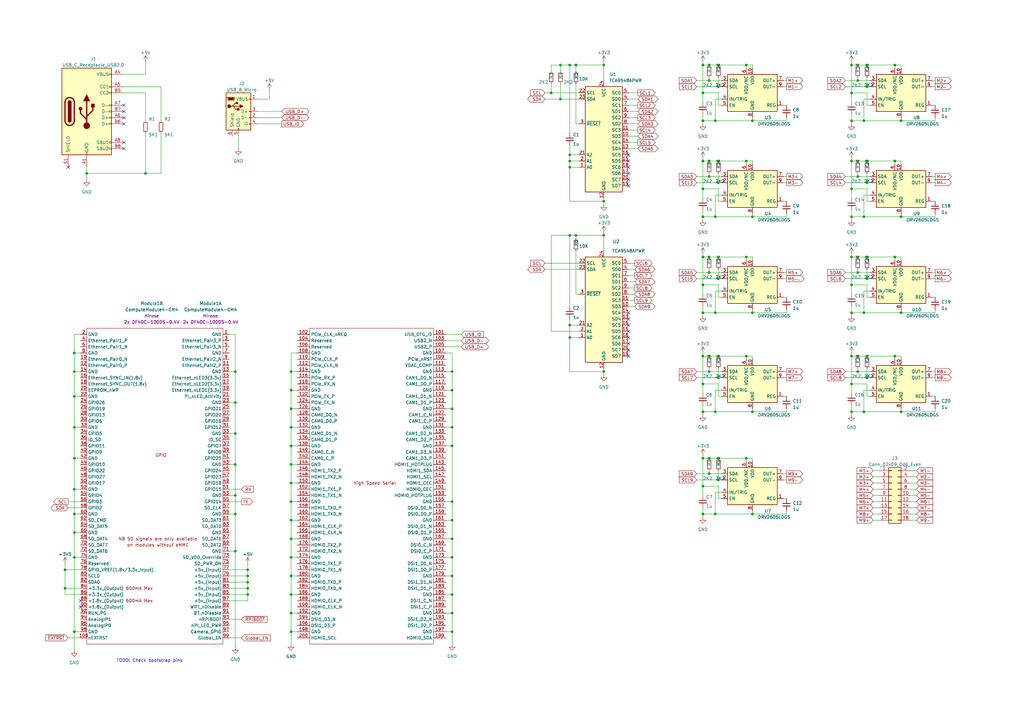
<source format=kicad_sch>
(kicad_sch (version 20210126) (generator eeschema)
  (paper "A3")
  (junction (at 26.67 233.68) (diameter 0.9144))
  (junction (at 26.67 241.3) (diameter 0.9144))
  (junction (at 30.48 144.78) (diameter 0.9144))
  (junction (at 30.48 152.4) (diameter 0.9144))
  (junction (at 30.48 162.56) (diameter 0.9144))
  (junction (at 30.48 175.26) (diameter 0.9144))
  (junction (at 30.48 187.96) (diameter 0.9144))
  (junction (at 30.48 200.66) (diameter 0.9144))
  (junction (at 30.48 210.82) (diameter 0.9144))
  (junction (at 30.48 218.44) (diameter 0.9144))
  (junction (at 30.48 228.6) (diameter 0.9144))
  (junction (at 30.48 259.08) (diameter 0.9144))
  (junction (at 35.56 71.12) (diameter 0.9144))
  (junction (at 59.69 71.12) (diameter 0.9144))
  (junction (at 96.52 152.4) (diameter 0.9144))
  (junction (at 96.52 165.1) (diameter 0.9144))
  (junction (at 96.52 177.8) (diameter 0.9144))
  (junction (at 96.52 190.5) (diameter 0.9144))
  (junction (at 96.52 203.2) (diameter 0.9144))
  (junction (at 96.52 210.82) (diameter 0.9144))
  (junction (at 96.52 226.06) (diameter 0.9144))
  (junction (at 101.6 233.68) (diameter 0.9144))
  (junction (at 101.6 236.22) (diameter 0.9144))
  (junction (at 101.6 238.76) (diameter 0.9144))
  (junction (at 101.6 241.3) (diameter 0.9144))
  (junction (at 101.6 243.84) (diameter 0.9144))
  (junction (at 119.38 152.4) (diameter 0.9144))
  (junction (at 119.38 160.02) (diameter 0.9144))
  (junction (at 119.38 167.64) (diameter 0.9144))
  (junction (at 119.38 175.26) (diameter 0.9144))
  (junction (at 119.38 182.88) (diameter 0.9144))
  (junction (at 119.38 190.5) (diameter 0.9144))
  (junction (at 119.38 198.12) (diameter 0.9144))
  (junction (at 119.38 205.74) (diameter 0.9144))
  (junction (at 119.38 213.36) (diameter 0.9144))
  (junction (at 119.38 220.98) (diameter 0.9144))
  (junction (at 119.38 228.6) (diameter 0.9144))
  (junction (at 119.38 236.22) (diameter 0.9144))
  (junction (at 119.38 243.84) (diameter 0.9144))
  (junction (at 119.38 251.46) (diameter 0.9144))
  (junction (at 119.38 259.08) (diameter 0.9144))
  (junction (at 185.42 152.4) (diameter 0.9144))
  (junction (at 185.42 160.02) (diameter 0.9144))
  (junction (at 185.42 167.64) (diameter 0.9144))
  (junction (at 185.42 175.26) (diameter 0.9144))
  (junction (at 185.42 182.88) (diameter 0.9144))
  (junction (at 185.42 205.74) (diameter 0.9144))
  (junction (at 185.42 213.36) (diameter 0.9144))
  (junction (at 185.42 220.98) (diameter 0.9144))
  (junction (at 185.42 228.6) (diameter 0.9144))
  (junction (at 185.42 236.22) (diameter 0.9144))
  (junction (at 185.42 243.84) (diameter 0.9144))
  (junction (at 185.42 251.46) (diameter 0.9144))
  (junction (at 185.42 259.08) (diameter 0.9144))
  (junction (at 226.06 38.1) (diameter 0.9144))
  (junction (at 229.87 26.67) (diameter 0.9144))
  (junction (at 229.87 40.64) (diameter 0.9144))
  (junction (at 233.68 26.67) (diameter 0.9144))
  (junction (at 233.68 63.5) (diameter 0.9144))
  (junction (at 233.68 66.04) (diameter 0.9144))
  (junction (at 233.68 68.58) (diameter 0.9144))
  (junction (at 233.68 96.52) (diameter 0.9144))
  (junction (at 233.68 133.35) (diameter 0.9144))
  (junction (at 233.68 138.43) (diameter 0.9144))
  (junction (at 236.22 26.67) (diameter 0.9144))
  (junction (at 236.22 96.52) (diameter 0.9144))
  (junction (at 247.65 26.67) (diameter 0.9144))
  (junction (at 247.65 82.55) (diameter 0.9144))
  (junction (at 247.65 96.52) (diameter 0.9144))
  (junction (at 247.65 152.4) (diameter 0.9144))
  (junction (at 288.29 26.67) (diameter 0.9144))
  (junction (at 288.29 38.1) (diameter 0.9144))
  (junction (at 288.29 49.53) (diameter 0.9144))
  (junction (at 288.29 66.04) (diameter 0.9144))
  (junction (at 288.29 77.47) (diameter 0.9144))
  (junction (at 288.29 88.9) (diameter 0.9144))
  (junction (at 288.29 105.41) (diameter 0.9144))
  (junction (at 288.29 116.84) (diameter 0.9144))
  (junction (at 288.29 128.27) (diameter 0.9144))
  (junction (at 288.29 146.05) (diameter 0.9144))
  (junction (at 288.29 157.48) (diameter 0.9144))
  (junction (at 288.29 168.91) (diameter 0.9144))
  (junction (at 288.29 187.96) (diameter 0.9144))
  (junction (at 288.29 199.39) (diameter 0.9144))
  (junction (at 288.29 210.82) (diameter 0.9144))
  (junction (at 290.83 26.67) (diameter 0.9144))
  (junction (at 290.83 33.02) (diameter 0.9144))
  (junction (at 290.83 66.04) (diameter 0.9144))
  (junction (at 290.83 72.39) (diameter 0.9144))
  (junction (at 290.83 105.41) (diameter 0.9144))
  (junction (at 290.83 111.76) (diameter 0.9144))
  (junction (at 290.83 146.05) (diameter 0.9144))
  (junction (at 290.83 152.4) (diameter 0.9144))
  (junction (at 290.83 187.96) (diameter 0.9144))
  (junction (at 290.83 194.31) (diameter 0.9144))
  (junction (at 293.37 49.53) (diameter 0.9144))
  (junction (at 293.37 88.9) (diameter 0.9144))
  (junction (at 293.37 128.27) (diameter 0.9144))
  (junction (at 293.37 168.91) (diameter 0.9144))
  (junction (at 293.37 210.82) (diameter 0.9144))
  (junction (at 294.64 26.67) (diameter 0.9144))
  (junction (at 294.64 35.56) (diameter 0.9144))
  (junction (at 294.64 66.04) (diameter 0.9144))
  (junction (at 294.64 74.93) (diameter 0.9144))
  (junction (at 294.64 105.41) (diameter 0.9144))
  (junction (at 294.64 114.3) (diameter 0.9144))
  (junction (at 294.64 146.05) (diameter 0.9144))
  (junction (at 294.64 154.94) (diameter 0.9144))
  (junction (at 294.64 187.96) (diameter 0.9144))
  (junction (at 294.64 196.85) (diameter 0.9144))
  (junction (at 306.07 26.67) (diameter 0.9144))
  (junction (at 306.07 66.04) (diameter 0.9144))
  (junction (at 306.07 105.41) (diameter 0.9144))
  (junction (at 306.07 146.05) (diameter 0.9144))
  (junction (at 306.07 187.96) (diameter 0.9144))
  (junction (at 308.61 49.53) (diameter 0.9144))
  (junction (at 308.61 88.9) (diameter 0.9144))
  (junction (at 308.61 128.27) (diameter 0.9144))
  (junction (at 308.61 168.91) (diameter 0.9144))
  (junction (at 308.61 210.82) (diameter 0.9144))
  (junction (at 349.25 26.67) (diameter 0.9144))
  (junction (at 349.25 38.1) (diameter 0.9144))
  (junction (at 349.25 49.53) (diameter 0.9144))
  (junction (at 349.25 66.04) (diameter 0.9144))
  (junction (at 349.25 77.47) (diameter 0.9144))
  (junction (at 349.25 88.9) (diameter 0.9144))
  (junction (at 349.25 105.41) (diameter 0.9144))
  (junction (at 349.25 116.84) (diameter 0.9144))
  (junction (at 349.25 128.27) (diameter 0.9144))
  (junction (at 349.25 146.05) (diameter 0.9144))
  (junction (at 349.25 157.48) (diameter 0.9144))
  (junction (at 349.25 168.91) (diameter 0.9144))
  (junction (at 351.79 26.67) (diameter 0.9144))
  (junction (at 351.79 33.02) (diameter 0.9144))
  (junction (at 351.79 66.04) (diameter 0.9144))
  (junction (at 351.79 72.39) (diameter 0.9144))
  (junction (at 351.79 105.41) (diameter 0.9144))
  (junction (at 351.79 111.76) (diameter 0.9144))
  (junction (at 351.79 146.05) (diameter 0.9144))
  (junction (at 351.79 152.4) (diameter 0.9144))
  (junction (at 354.33 49.53) (diameter 0.9144))
  (junction (at 354.33 88.9) (diameter 0.9144))
  (junction (at 354.33 128.27) (diameter 0.9144))
  (junction (at 354.33 168.91) (diameter 0.9144))
  (junction (at 355.6 26.67) (diameter 0.9144))
  (junction (at 355.6 35.56) (diameter 0.9144))
  (junction (at 355.6 66.04) (diameter 0.9144))
  (junction (at 355.6 74.93) (diameter 0.9144))
  (junction (at 355.6 105.41) (diameter 0.9144))
  (junction (at 355.6 114.3) (diameter 0.9144))
  (junction (at 355.6 146.05) (diameter 0.9144))
  (junction (at 355.6 154.94) (diameter 0.9144))
  (junction (at 367.03 26.67) (diameter 0.9144))
  (junction (at 367.03 66.04) (diameter 0.9144))
  (junction (at 367.03 105.41) (diameter 0.9144))
  (junction (at 367.03 146.05) (diameter 0.9144))
  (junction (at 369.57 49.53) (diameter 0.9144))
  (junction (at 369.57 88.9) (diameter 0.9144))
  (junction (at 369.57 128.27) (diameter 0.9144))
  (junction (at 369.57 168.91) (diameter 0.9144))
  (no_connect (at 27.94 68.58))
  (no_connect (at 33.02 246.38))
  (no_connect (at 33.02 248.92))
  (no_connect (at 50.8 43.18))
  (no_connect (at 50.8 45.72))
  (no_connect (at 50.8 48.26))
  (no_connect (at 50.8 50.8))
  (no_connect (at 50.8 58.42))
  (no_connect (at 50.8 60.96))
  (no_connect (at 257.81 63.5))
  (no_connect (at 257.81 66.04))
  (no_connect (at 257.81 68.58))
  (no_connect (at 257.81 71.12))
  (no_connect (at 257.81 73.66))
  (no_connect (at 257.81 76.2))
  (no_connect (at 257.81 128.27))
  (no_connect (at 257.81 130.81))
  (no_connect (at 257.81 133.35))
  (no_connect (at 257.81 135.89))
  (no_connect (at 257.81 138.43))
  (no_connect (at 257.81 140.97))
  (no_connect (at 257.81 143.51))
  (no_connect (at 257.81 146.05))
  (wire (pts (xy 26.67 231.14) (xy 26.67 233.68)))
  (wire (pts (xy 26.67 241.3) (xy 26.67 233.68)))
  (wire (pts (xy 26.67 243.84) (xy 26.67 241.3)))
  (wire (pts (xy 27.94 205.74) (xy 33.02 205.74)))
  (wire (pts (xy 27.94 208.28) (xy 33.02 208.28)))
  (wire (pts (xy 27.94 261.62) (xy 33.02 261.62)))
  (wire (pts (xy 30.48 137.16) (xy 30.48 144.78)))
  (wire (pts (xy 30.48 144.78) (xy 30.48 152.4)))
  (wire (pts (xy 30.48 152.4) (xy 30.48 162.56)))
  (wire (pts (xy 30.48 162.56) (xy 30.48 175.26)))
  (wire (pts (xy 30.48 175.26) (xy 30.48 187.96)))
  (wire (pts (xy 30.48 187.96) (xy 30.48 200.66)))
  (wire (pts (xy 30.48 200.66) (xy 30.48 210.82)))
  (wire (pts (xy 30.48 210.82) (xy 30.48 218.44)))
  (wire (pts (xy 30.48 218.44) (xy 30.48 228.6)))
  (wire (pts (xy 30.48 228.6) (xy 30.48 259.08)))
  (wire (pts (xy 30.48 259.08) (xy 30.48 266.7)))
  (wire (pts (xy 33.02 137.16) (xy 30.48 137.16)))
  (wire (pts (xy 33.02 144.78) (xy 30.48 144.78)))
  (wire (pts (xy 33.02 152.4) (xy 30.48 152.4)))
  (wire (pts (xy 33.02 162.56) (xy 30.48 162.56)))
  (wire (pts (xy 33.02 175.26) (xy 30.48 175.26)))
  (wire (pts (xy 33.02 187.96) (xy 30.48 187.96)))
  (wire (pts (xy 33.02 200.66) (xy 30.48 200.66)))
  (wire (pts (xy 33.02 210.82) (xy 30.48 210.82)))
  (wire (pts (xy 33.02 218.44) (xy 30.48 218.44)))
  (wire (pts (xy 33.02 228.6) (xy 30.48 228.6)))
  (wire (pts (xy 33.02 233.68) (xy 26.67 233.68)))
  (wire (pts (xy 33.02 241.3) (xy 26.67 241.3)))
  (wire (pts (xy 33.02 243.84) (xy 26.67 243.84)))
  (wire (pts (xy 33.02 259.08) (xy 30.48 259.08)))
  (wire (pts (xy 35.56 68.58) (xy 35.56 71.12)))
  (wire (pts (xy 35.56 71.12) (xy 35.56 73.66)))
  (wire (pts (xy 50.8 30.48) (xy 59.69 30.48)))
  (wire (pts (xy 50.8 35.56) (xy 66.04 35.56)))
  (wire (pts (xy 50.8 38.1) (xy 59.69 38.1)))
  (wire (pts (xy 59.69 30.48) (xy 59.69 25.4)))
  (wire (pts (xy 59.69 49.53) (xy 59.69 38.1)))
  (wire (pts (xy 59.69 54.61) (xy 59.69 71.12)))
  (wire (pts (xy 59.69 71.12) (xy 35.56 71.12)))
  (wire (pts (xy 66.04 35.56) (xy 66.04 49.53)))
  (wire (pts (xy 66.04 54.61) (xy 66.04 71.12)))
  (wire (pts (xy 66.04 71.12) (xy 59.69 71.12)))
  (wire (pts (xy 93.98 137.16) (xy 96.52 137.16)))
  (wire (pts (xy 93.98 152.4) (xy 96.52 152.4)))
  (wire (pts (xy 93.98 165.1) (xy 96.52 165.1)))
  (wire (pts (xy 93.98 177.8) (xy 96.52 177.8)))
  (wire (pts (xy 93.98 190.5) (xy 96.52 190.5)))
  (wire (pts (xy 93.98 200.66) (xy 99.06 200.66)))
  (wire (pts (xy 93.98 203.2) (xy 96.52 203.2)))
  (wire (pts (xy 93.98 205.74) (xy 99.06 205.74)))
  (wire (pts (xy 93.98 210.82) (xy 96.52 210.82)))
  (wire (pts (xy 93.98 226.06) (xy 96.52 226.06)))
  (wire (pts (xy 93.98 236.22) (xy 101.6 236.22)))
  (wire (pts (xy 93.98 238.76) (xy 101.6 238.76)))
  (wire (pts (xy 93.98 241.3) (xy 101.6 241.3)))
  (wire (pts (xy 93.98 243.84) (xy 101.6 243.84)))
  (wire (pts (xy 93.98 246.38) (xy 101.6 246.38)))
  (wire (pts (xy 93.98 254) (xy 99.06 254)))
  (wire (pts (xy 93.98 261.62) (xy 99.06 261.62)))
  (wire (pts (xy 96.52 137.16) (xy 96.52 152.4)))
  (wire (pts (xy 96.52 152.4) (xy 96.52 165.1)))
  (wire (pts (xy 96.52 165.1) (xy 96.52 177.8)))
  (wire (pts (xy 96.52 177.8) (xy 96.52 190.5)))
  (wire (pts (xy 96.52 190.5) (xy 96.52 203.2)))
  (wire (pts (xy 96.52 203.2) (xy 96.52 210.82)))
  (wire (pts (xy 96.52 210.82) (xy 96.52 226.06)))
  (wire (pts (xy 96.52 226.06) (xy 96.52 265.43)))
  (wire (pts (xy 97.79 55.88) (xy 97.79 60.96)))
  (wire (pts (xy 101.6 231.14) (xy 101.6 233.68)))
  (wire (pts (xy 101.6 233.68) (xy 93.98 233.68)))
  (wire (pts (xy 101.6 236.22) (xy 101.6 233.68)))
  (wire (pts (xy 101.6 238.76) (xy 101.6 236.22)))
  (wire (pts (xy 101.6 241.3) (xy 101.6 238.76)))
  (wire (pts (xy 101.6 243.84) (xy 101.6 241.3)))
  (wire (pts (xy 101.6 246.38) (xy 101.6 243.84)))
  (wire (pts (xy 105.41 40.64) (xy 110.49 40.64)))
  (wire (pts (xy 105.41 45.72) (xy 115.57 45.72)))
  (wire (pts (xy 105.41 48.26) (xy 115.57 48.26)))
  (wire (pts (xy 105.41 50.8) (xy 115.57 50.8)))
  (wire (pts (xy 110.49 36.83) (xy 110.49 40.64)))
  (wire (pts (xy 119.38 144.78) (xy 119.38 152.4)))
  (wire (pts (xy 119.38 152.4) (xy 119.38 160.02)))
  (wire (pts (xy 119.38 160.02) (xy 119.38 167.64)))
  (wire (pts (xy 119.38 167.64) (xy 119.38 175.26)))
  (wire (pts (xy 119.38 175.26) (xy 119.38 182.88)))
  (wire (pts (xy 119.38 182.88) (xy 119.38 190.5)))
  (wire (pts (xy 119.38 190.5) (xy 119.38 198.12)))
  (wire (pts (xy 119.38 198.12) (xy 119.38 205.74)))
  (wire (pts (xy 119.38 205.74) (xy 119.38 213.36)))
  (wire (pts (xy 119.38 213.36) (xy 119.38 220.98)))
  (wire (pts (xy 119.38 213.36) (xy 121.92 213.36)))
  (wire (pts (xy 119.38 220.98) (xy 119.38 228.6)))
  (wire (pts (xy 119.38 228.6) (xy 119.38 236.22)))
  (wire (pts (xy 119.38 236.22) (xy 119.38 243.84)))
  (wire (pts (xy 119.38 243.84) (xy 119.38 251.46)))
  (wire (pts (xy 119.38 251.46) (xy 121.92 251.46)))
  (wire (pts (xy 119.38 259.08) (xy 119.38 251.46)))
  (wire (pts (xy 119.38 259.08) (xy 119.38 264.16)))
  (wire (pts (xy 121.92 144.78) (xy 119.38 144.78)))
  (wire (pts (xy 121.92 152.4) (xy 119.38 152.4)))
  (wire (pts (xy 121.92 160.02) (xy 119.38 160.02)))
  (wire (pts (xy 121.92 167.64) (xy 119.38 167.64)))
  (wire (pts (xy 121.92 175.26) (xy 119.38 175.26)))
  (wire (pts (xy 121.92 182.88) (xy 119.38 182.88)))
  (wire (pts (xy 121.92 190.5) (xy 119.38 190.5)))
  (wire (pts (xy 121.92 198.12) (xy 119.38 198.12)))
  (wire (pts (xy 121.92 205.74) (xy 119.38 205.74)))
  (wire (pts (xy 121.92 220.98) (xy 119.38 220.98)))
  (wire (pts (xy 121.92 228.6) (xy 119.38 228.6)))
  (wire (pts (xy 121.92 236.22) (xy 119.38 236.22)))
  (wire (pts (xy 121.92 243.84) (xy 119.38 243.84)))
  (wire (pts (xy 121.92 259.08) (xy 119.38 259.08)))
  (wire (pts (xy 182.88 137.16) (xy 189.23 137.16)))
  (wire (pts (xy 182.88 139.7) (xy 189.23 139.7)))
  (wire (pts (xy 182.88 142.24) (xy 189.23 142.24)))
  (wire (pts (xy 182.88 144.78) (xy 185.42 144.78)))
  (wire (pts (xy 182.88 152.4) (xy 185.42 152.4)))
  (wire (pts (xy 182.88 243.84) (xy 185.42 243.84)))
  (wire (pts (xy 182.88 251.46) (xy 185.42 251.46)))
  (wire (pts (xy 182.88 259.08) (xy 185.42 259.08)))
  (wire (pts (xy 185.42 144.78) (xy 185.42 152.4)))
  (wire (pts (xy 185.42 152.4) (xy 185.42 160.02)))
  (wire (pts (xy 185.42 160.02) (xy 182.88 160.02)))
  (wire (pts (xy 185.42 160.02) (xy 185.42 167.64)))
  (wire (pts (xy 185.42 167.64) (xy 182.88 167.64)))
  (wire (pts (xy 185.42 167.64) (xy 185.42 175.26)))
  (wire (pts (xy 185.42 175.26) (xy 182.88 175.26)))
  (wire (pts (xy 185.42 175.26) (xy 185.42 182.88)))
  (wire (pts (xy 185.42 182.88) (xy 182.88 182.88)))
  (wire (pts (xy 185.42 182.88) (xy 185.42 205.74)))
  (wire (pts (xy 185.42 205.74) (xy 182.88 205.74)))
  (wire (pts (xy 185.42 205.74) (xy 185.42 213.36)))
  (wire (pts (xy 185.42 213.36) (xy 182.88 213.36)))
  (wire (pts (xy 185.42 213.36) (xy 185.42 220.98)))
  (wire (pts (xy 185.42 220.98) (xy 182.88 220.98)))
  (wire (pts (xy 185.42 220.98) (xy 185.42 228.6)))
  (wire (pts (xy 185.42 228.6) (xy 182.88 228.6)))
  (wire (pts (xy 185.42 228.6) (xy 185.42 236.22)))
  (wire (pts (xy 185.42 236.22) (xy 182.88 236.22)))
  (wire (pts (xy 185.42 236.22) (xy 185.42 243.84)))
  (wire (pts (xy 185.42 243.84) (xy 185.42 251.46)))
  (wire (pts (xy 185.42 251.46) (xy 185.42 259.08)))
  (wire (pts (xy 185.42 259.08) (xy 185.42 264.16)))
  (wire (pts (xy 223.52 38.1) (xy 226.06 38.1)))
  (wire (pts (xy 223.52 40.64) (xy 229.87 40.64)))
  (wire (pts (xy 223.52 107.95) (xy 237.49 107.95)))
  (wire (pts (xy 223.52 110.49) (xy 237.49 110.49)))
  (wire (pts (xy 226.06 26.67) (xy 226.06 29.21)))
  (wire (pts (xy 226.06 34.29) (xy 226.06 38.1)))
  (wire (pts (xy 226.06 38.1) (xy 237.49 38.1)))
  (wire (pts (xy 226.06 96.52) (xy 233.68 96.52)))
  (wire (pts (xy 226.06 135.89) (xy 226.06 96.52)))
  (wire (pts (xy 229.87 26.67) (xy 226.06 26.67)))
  (wire (pts (xy 229.87 26.67) (xy 229.87 29.21)))
  (wire (pts (xy 229.87 34.29) (xy 229.87 40.64)))
  (wire (pts (xy 229.87 40.64) (xy 237.49 40.64)))
  (wire (pts (xy 233.68 26.67) (xy 229.87 26.67)))
  (wire (pts (xy 233.68 26.67) (xy 233.68 54.61)))
  (wire (pts (xy 233.68 59.69) (xy 233.68 63.5)))
  (wire (pts (xy 233.68 63.5) (xy 233.68 66.04)))
  (wire (pts (xy 233.68 66.04) (xy 237.49 66.04)))
  (wire (pts (xy 233.68 68.58) (xy 233.68 66.04)))
  (wire (pts (xy 233.68 68.58) (xy 237.49 68.58)))
  (wire (pts (xy 233.68 82.55) (xy 233.68 68.58)))
  (wire (pts (xy 233.68 96.52) (xy 233.68 125.73)))
  (wire (pts (xy 233.68 96.52) (xy 236.22 96.52)))
  (wire (pts (xy 233.68 130.81) (xy 233.68 133.35)))
  (wire (pts (xy 233.68 133.35) (xy 233.68 138.43)))
  (wire (pts (xy 233.68 138.43) (xy 237.49 138.43)))
  (wire (pts (xy 233.68 152.4) (xy 233.68 138.43)))
  (wire (pts (xy 236.22 26.67) (xy 233.68 26.67)))
  (wire (pts (xy 236.22 26.67) (xy 236.22 29.21)))
  (wire (pts (xy 236.22 34.29) (xy 236.22 50.8)))
  (wire (pts (xy 236.22 96.52) (xy 236.22 97.79)))
  (wire (pts (xy 236.22 96.52) (xy 247.65 96.52)))
  (wire (pts (xy 236.22 102.87) (xy 236.22 120.65)))
  (wire (pts (xy 236.22 120.65) (xy 237.49 120.65)))
  (wire (pts (xy 237.49 50.8) (xy 236.22 50.8)))
  (wire (pts (xy 237.49 63.5) (xy 233.68 63.5)))
  (wire (pts (xy 237.49 133.35) (xy 233.68 133.35)))
  (wire (pts (xy 237.49 135.89) (xy 226.06 135.89)))
  (wire (pts (xy 247.65 25.4) (xy 247.65 26.67)))
  (wire (pts (xy 247.65 26.67) (xy 236.22 26.67)))
  (wire (pts (xy 247.65 26.67) (xy 247.65 33.02)))
  (wire (pts (xy 247.65 81.28) (xy 247.65 82.55)))
  (wire (pts (xy 247.65 82.55) (xy 233.68 82.55)))
  (wire (pts (xy 247.65 82.55) (xy 247.65 83.82)))
  (wire (pts (xy 247.65 95.25) (xy 247.65 96.52)))
  (wire (pts (xy 247.65 96.52) (xy 247.65 102.87)))
  (wire (pts (xy 247.65 151.13) (xy 247.65 152.4)))
  (wire (pts (xy 247.65 152.4) (xy 233.68 152.4)))
  (wire (pts (xy 247.65 152.4) (xy 247.65 153.67)))
  (wire (pts (xy 257.81 38.1) (xy 261.62 38.1)))
  (wire (pts (xy 257.81 40.64) (xy 261.62 40.64)))
  (wire (pts (xy 257.81 43.18) (xy 261.62 43.18)))
  (wire (pts (xy 257.81 45.72) (xy 261.62 45.72)))
  (wire (pts (xy 257.81 48.26) (xy 261.62 48.26)))
  (wire (pts (xy 257.81 50.8) (xy 261.62 50.8)))
  (wire (pts (xy 257.81 53.34) (xy 261.62 53.34)))
  (wire (pts (xy 257.81 55.88) (xy 261.62 55.88)))
  (wire (pts (xy 257.81 58.42) (xy 261.62 58.42)))
  (wire (pts (xy 257.81 60.96) (xy 261.62 60.96)))
  (wire (pts (xy 257.81 107.95) (xy 260.35 107.95)))
  (wire (pts (xy 257.81 110.49) (xy 260.35 110.49)))
  (wire (pts (xy 257.81 113.03) (xy 260.35 113.03)))
  (wire (pts (xy 257.81 115.57) (xy 260.35 115.57)))
  (wire (pts (xy 257.81 118.11) (xy 260.35 118.11)))
  (wire (pts (xy 257.81 120.65) (xy 260.35 120.65)))
  (wire (pts (xy 257.81 123.19) (xy 260.35 123.19)))
  (wire (pts (xy 257.81 125.73) (xy 260.35 125.73)))
  (wire (pts (xy 285.75 33.02) (xy 290.83 33.02)))
  (wire (pts (xy 285.75 35.56) (xy 294.64 35.56)))
  (wire (pts (xy 285.75 72.39) (xy 290.83 72.39)))
  (wire (pts (xy 285.75 74.93) (xy 294.64 74.93)))
  (wire (pts (xy 285.75 111.76) (xy 290.83 111.76)))
  (wire (pts (xy 285.75 114.3) (xy 294.64 114.3)))
  (wire (pts (xy 285.75 152.4) (xy 290.83 152.4)))
  (wire (pts (xy 285.75 154.94) (xy 294.64 154.94)))
  (wire (pts (xy 285.75 194.31) (xy 290.83 194.31)))
  (wire (pts (xy 285.75 196.85) (xy 294.64 196.85)))
  (wire (pts (xy 288.29 25.4) (xy 288.29 26.67)))
  (wire (pts (xy 288.29 26.67) (xy 290.83 26.67)))
  (wire (pts (xy 288.29 38.1) (xy 288.29 26.67)))
  (wire (pts (xy 288.29 38.1) (xy 288.29 41.91)))
  (wire (pts (xy 288.29 38.1) (xy 294.64 38.1)))
  (wire (pts (xy 288.29 46.99) (xy 288.29 49.53)))
  (wire (pts (xy 288.29 49.53) (xy 288.29 50.8)))
  (wire (pts (xy 288.29 49.53) (xy 293.37 49.53)))
  (wire (pts (xy 288.29 64.77) (xy 288.29 66.04)))
  (wire (pts (xy 288.29 66.04) (xy 290.83 66.04)))
  (wire (pts (xy 288.29 77.47) (xy 288.29 66.04)))
  (wire (pts (xy 288.29 77.47) (xy 288.29 81.28)))
  (wire (pts (xy 288.29 77.47) (xy 294.64 77.47)))
  (wire (pts (xy 288.29 86.36) (xy 288.29 88.9)))
  (wire (pts (xy 288.29 88.9) (xy 288.29 90.17)))
  (wire (pts (xy 288.29 88.9) (xy 293.37 88.9)))
  (wire (pts (xy 288.29 104.14) (xy 288.29 105.41)))
  (wire (pts (xy 288.29 105.41) (xy 290.83 105.41)))
  (wire (pts (xy 288.29 116.84) (xy 288.29 105.41)))
  (wire (pts (xy 288.29 116.84) (xy 288.29 120.65)))
  (wire (pts (xy 288.29 116.84) (xy 294.64 116.84)))
  (wire (pts (xy 288.29 125.73) (xy 288.29 128.27)))
  (wire (pts (xy 288.29 128.27) (xy 288.29 129.54)))
  (wire (pts (xy 288.29 128.27) (xy 293.37 128.27)))
  (wire (pts (xy 288.29 144.78) (xy 288.29 146.05)))
  (wire (pts (xy 288.29 146.05) (xy 290.83 146.05)))
  (wire (pts (xy 288.29 157.48) (xy 288.29 146.05)))
  (wire (pts (xy 288.29 157.48) (xy 288.29 161.29)))
  (wire (pts (xy 288.29 157.48) (xy 294.64 157.48)))
  (wire (pts (xy 288.29 166.37) (xy 288.29 168.91)))
  (wire (pts (xy 288.29 168.91) (xy 288.29 170.18)))
  (wire (pts (xy 288.29 168.91) (xy 293.37 168.91)))
  (wire (pts (xy 288.29 186.69) (xy 288.29 187.96)))
  (wire (pts (xy 288.29 187.96) (xy 290.83 187.96)))
  (wire (pts (xy 288.29 199.39) (xy 288.29 187.96)))
  (wire (pts (xy 288.29 199.39) (xy 288.29 203.2)))
  (wire (pts (xy 288.29 199.39) (xy 294.64 199.39)))
  (wire (pts (xy 288.29 208.28) (xy 288.29 210.82)))
  (wire (pts (xy 288.29 210.82) (xy 288.29 212.09)))
  (wire (pts (xy 288.29 210.82) (xy 293.37 210.82)))
  (wire (pts (xy 290.83 26.67) (xy 294.64 26.67)))
  (wire (pts (xy 290.83 31.75) (xy 290.83 33.02)))
  (wire (pts (xy 290.83 33.02) (xy 295.91 33.02)))
  (wire (pts (xy 290.83 66.04) (xy 294.64 66.04)))
  (wire (pts (xy 290.83 71.12) (xy 290.83 72.39)))
  (wire (pts (xy 290.83 72.39) (xy 295.91 72.39)))
  (wire (pts (xy 290.83 105.41) (xy 294.64 105.41)))
  (wire (pts (xy 290.83 110.49) (xy 290.83 111.76)))
  (wire (pts (xy 290.83 111.76) (xy 295.91 111.76)))
  (wire (pts (xy 290.83 146.05) (xy 294.64 146.05)))
  (wire (pts (xy 290.83 151.13) (xy 290.83 152.4)))
  (wire (pts (xy 290.83 152.4) (xy 295.91 152.4)))
  (wire (pts (xy 290.83 187.96) (xy 294.64 187.96)))
  (wire (pts (xy 290.83 193.04) (xy 290.83 194.31)))
  (wire (pts (xy 290.83 194.31) (xy 295.91 194.31)))
  (wire (pts (xy 293.37 40.64) (xy 293.37 49.53)))
  (wire (pts (xy 293.37 80.01) (xy 293.37 88.9)))
  (wire (pts (xy 293.37 119.38) (xy 293.37 128.27)))
  (wire (pts (xy 293.37 160.02) (xy 293.37 168.91)))
  (wire (pts (xy 293.37 201.93) (xy 293.37 210.82)))
  (wire (pts (xy 294.64 26.67) (xy 306.07 26.67)))
  (wire (pts (xy 294.64 31.75) (xy 294.64 35.56)))
  (wire (pts (xy 294.64 35.56) (xy 295.91 35.56)))
  (wire (pts (xy 294.64 38.1) (xy 294.64 43.18)))
  (wire (pts (xy 294.64 43.18) (xy 295.91 43.18)))
  (wire (pts (xy 294.64 66.04) (xy 306.07 66.04)))
  (wire (pts (xy 294.64 71.12) (xy 294.64 74.93)))
  (wire (pts (xy 294.64 74.93) (xy 295.91 74.93)))
  (wire (pts (xy 294.64 77.47) (xy 294.64 82.55)))
  (wire (pts (xy 294.64 82.55) (xy 295.91 82.55)))
  (wire (pts (xy 294.64 105.41) (xy 306.07 105.41)))
  (wire (pts (xy 294.64 110.49) (xy 294.64 114.3)))
  (wire (pts (xy 294.64 114.3) (xy 295.91 114.3)))
  (wire (pts (xy 294.64 116.84) (xy 294.64 121.92)))
  (wire (pts (xy 294.64 121.92) (xy 295.91 121.92)))
  (wire (pts (xy 294.64 146.05) (xy 306.07 146.05)))
  (wire (pts (xy 294.64 151.13) (xy 294.64 154.94)))
  (wire (pts (xy 294.64 154.94) (xy 295.91 154.94)))
  (wire (pts (xy 294.64 157.48) (xy 294.64 162.56)))
  (wire (pts (xy 294.64 162.56) (xy 295.91 162.56)))
  (wire (pts (xy 294.64 187.96) (xy 306.07 187.96)))
  (wire (pts (xy 294.64 193.04) (xy 294.64 196.85)))
  (wire (pts (xy 294.64 196.85) (xy 295.91 196.85)))
  (wire (pts (xy 294.64 199.39) (xy 294.64 204.47)))
  (wire (pts (xy 294.64 204.47) (xy 295.91 204.47)))
  (wire (pts (xy 295.91 40.64) (xy 293.37 40.64)))
  (wire (pts (xy 295.91 80.01) (xy 293.37 80.01)))
  (wire (pts (xy 295.91 119.38) (xy 293.37 119.38)))
  (wire (pts (xy 295.91 160.02) (xy 293.37 160.02)))
  (wire (pts (xy 295.91 201.93) (xy 293.37 201.93)))
  (wire (pts (xy 306.07 26.67) (xy 306.07 27.94)))
  (wire (pts (xy 306.07 26.67) (xy 308.61 26.67)))
  (wire (pts (xy 306.07 66.04) (xy 306.07 67.31)))
  (wire (pts (xy 306.07 66.04) (xy 308.61 66.04)))
  (wire (pts (xy 306.07 105.41) (xy 306.07 106.68)))
  (wire (pts (xy 306.07 105.41) (xy 308.61 105.41)))
  (wire (pts (xy 306.07 146.05) (xy 306.07 147.32)))
  (wire (pts (xy 306.07 146.05) (xy 308.61 146.05)))
  (wire (pts (xy 306.07 187.96) (xy 306.07 189.23)))
  (wire (pts (xy 306.07 187.96) (xy 308.61 187.96)))
  (wire (pts (xy 308.61 26.67) (xy 308.61 27.94)))
  (wire (pts (xy 308.61 48.26) (xy 308.61 49.53)))
  (wire (pts (xy 308.61 49.53) (xy 293.37 49.53)))
  (wire (pts (xy 308.61 49.53) (xy 322.58 49.53)))
  (wire (pts (xy 308.61 66.04) (xy 308.61 67.31)))
  (wire (pts (xy 308.61 87.63) (xy 308.61 88.9)))
  (wire (pts (xy 308.61 88.9) (xy 293.37 88.9)))
  (wire (pts (xy 308.61 88.9) (xy 322.58 88.9)))
  (wire (pts (xy 308.61 105.41) (xy 308.61 106.68)))
  (wire (pts (xy 308.61 127) (xy 308.61 128.27)))
  (wire (pts (xy 308.61 128.27) (xy 293.37 128.27)))
  (wire (pts (xy 308.61 128.27) (xy 322.58 128.27)))
  (wire (pts (xy 308.61 146.05) (xy 308.61 147.32)))
  (wire (pts (xy 308.61 167.64) (xy 308.61 168.91)))
  (wire (pts (xy 308.61 168.91) (xy 293.37 168.91)))
  (wire (pts (xy 308.61 168.91) (xy 322.58 168.91)))
  (wire (pts (xy 308.61 187.96) (xy 308.61 189.23)))
  (wire (pts (xy 308.61 209.55) (xy 308.61 210.82)))
  (wire (pts (xy 308.61 210.82) (xy 293.37 210.82)))
  (wire (pts (xy 308.61 210.82) (xy 322.58 210.82)))
  (wire (pts (xy 321.31 33.02) (xy 322.58 33.02)))
  (wire (pts (xy 321.31 35.56) (xy 322.58 35.56)))
  (wire (pts (xy 321.31 43.18) (xy 322.58 43.18)))
  (wire (pts (xy 321.31 72.39) (xy 322.58 72.39)))
  (wire (pts (xy 321.31 74.93) (xy 322.58 74.93)))
  (wire (pts (xy 321.31 82.55) (xy 322.58 82.55)))
  (wire (pts (xy 321.31 111.76) (xy 322.58 111.76)))
  (wire (pts (xy 321.31 114.3) (xy 322.58 114.3)))
  (wire (pts (xy 321.31 121.92) (xy 322.58 121.92)))
  (wire (pts (xy 321.31 152.4) (xy 322.58 152.4)))
  (wire (pts (xy 321.31 154.94) (xy 322.58 154.94)))
  (wire (pts (xy 321.31 162.56) (xy 322.58 162.56)))
  (wire (pts (xy 321.31 194.31) (xy 322.58 194.31)))
  (wire (pts (xy 321.31 196.85) (xy 322.58 196.85)))
  (wire (pts (xy 321.31 204.47) (xy 322.58 204.47)))
  (wire (pts (xy 322.58 49.53) (xy 322.58 48.26)))
  (wire (pts (xy 322.58 88.9) (xy 322.58 87.63)))
  (wire (pts (xy 322.58 128.27) (xy 322.58 127)))
  (wire (pts (xy 322.58 168.91) (xy 322.58 167.64)))
  (wire (pts (xy 322.58 210.82) (xy 322.58 209.55)))
  (wire (pts (xy 346.71 33.02) (xy 351.79 33.02)))
  (wire (pts (xy 346.71 35.56) (xy 355.6 35.56)))
  (wire (pts (xy 346.71 72.39) (xy 351.79 72.39)))
  (wire (pts (xy 346.71 74.93) (xy 355.6 74.93)))
  (wire (pts (xy 346.71 111.76) (xy 351.79 111.76)))
  (wire (pts (xy 346.71 114.3) (xy 355.6 114.3)))
  (wire (pts (xy 346.71 152.4) (xy 351.79 152.4)))
  (wire (pts (xy 346.71 154.94) (xy 355.6 154.94)))
  (wire (pts (xy 349.25 25.4) (xy 349.25 26.67)))
  (wire (pts (xy 349.25 26.67) (xy 351.79 26.67)))
  (wire (pts (xy 349.25 38.1) (xy 349.25 26.67)))
  (wire (pts (xy 349.25 38.1) (xy 349.25 41.91)))
  (wire (pts (xy 349.25 38.1) (xy 355.6 38.1)))
  (wire (pts (xy 349.25 46.99) (xy 349.25 49.53)))
  (wire (pts (xy 349.25 49.53) (xy 349.25 50.8)))
  (wire (pts (xy 349.25 49.53) (xy 354.33 49.53)))
  (wire (pts (xy 349.25 64.77) (xy 349.25 66.04)))
  (wire (pts (xy 349.25 66.04) (xy 351.79 66.04)))
  (wire (pts (xy 349.25 77.47) (xy 349.25 66.04)))
  (wire (pts (xy 349.25 77.47) (xy 349.25 81.28)))
  (wire (pts (xy 349.25 77.47) (xy 355.6 77.47)))
  (wire (pts (xy 349.25 86.36) (xy 349.25 88.9)))
  (wire (pts (xy 349.25 88.9) (xy 349.25 90.17)))
  (wire (pts (xy 349.25 88.9) (xy 354.33 88.9)))
  (wire (pts (xy 349.25 104.14) (xy 349.25 105.41)))
  (wire (pts (xy 349.25 105.41) (xy 351.79 105.41)))
  (wire (pts (xy 349.25 116.84) (xy 349.25 105.41)))
  (wire (pts (xy 349.25 116.84) (xy 349.25 120.65)))
  (wire (pts (xy 349.25 116.84) (xy 355.6 116.84)))
  (wire (pts (xy 349.25 125.73) (xy 349.25 128.27)))
  (wire (pts (xy 349.25 128.27) (xy 349.25 129.54)))
  (wire (pts (xy 349.25 128.27) (xy 354.33 128.27)))
  (wire (pts (xy 349.25 144.78) (xy 349.25 146.05)))
  (wire (pts (xy 349.25 146.05) (xy 351.79 146.05)))
  (wire (pts (xy 349.25 157.48) (xy 349.25 146.05)))
  (wire (pts (xy 349.25 157.48) (xy 349.25 161.29)))
  (wire (pts (xy 349.25 157.48) (xy 355.6 157.48)))
  (wire (pts (xy 349.25 166.37) (xy 349.25 168.91)))
  (wire (pts (xy 349.25 168.91) (xy 349.25 170.18)))
  (wire (pts (xy 349.25 168.91) (xy 354.33 168.91)))
  (wire (pts (xy 351.79 26.67) (xy 355.6 26.67)))
  (wire (pts (xy 351.79 31.75) (xy 351.79 33.02)))
  (wire (pts (xy 351.79 33.02) (xy 356.87 33.02)))
  (wire (pts (xy 351.79 66.04) (xy 355.6 66.04)))
  (wire (pts (xy 351.79 71.12) (xy 351.79 72.39)))
  (wire (pts (xy 351.79 72.39) (xy 356.87 72.39)))
  (wire (pts (xy 351.79 105.41) (xy 355.6 105.41)))
  (wire (pts (xy 351.79 110.49) (xy 351.79 111.76)))
  (wire (pts (xy 351.79 111.76) (xy 356.87 111.76)))
  (wire (pts (xy 351.79 146.05) (xy 355.6 146.05)))
  (wire (pts (xy 351.79 151.13) (xy 351.79 152.4)))
  (wire (pts (xy 351.79 152.4) (xy 356.87 152.4)))
  (wire (pts (xy 354.33 40.64) (xy 354.33 49.53)))
  (wire (pts (xy 354.33 80.01) (xy 354.33 88.9)))
  (wire (pts (xy 354.33 119.38) (xy 354.33 128.27)))
  (wire (pts (xy 354.33 160.02) (xy 354.33 168.91)))
  (wire (pts (xy 355.6 26.67) (xy 367.03 26.67)))
  (wire (pts (xy 355.6 31.75) (xy 355.6 35.56)))
  (wire (pts (xy 355.6 35.56) (xy 356.87 35.56)))
  (wire (pts (xy 355.6 38.1) (xy 355.6 43.18)))
  (wire (pts (xy 355.6 43.18) (xy 356.87 43.18)))
  (wire (pts (xy 355.6 66.04) (xy 367.03 66.04)))
  (wire (pts (xy 355.6 71.12) (xy 355.6 74.93)))
  (wire (pts (xy 355.6 74.93) (xy 356.87 74.93)))
  (wire (pts (xy 355.6 77.47) (xy 355.6 82.55)))
  (wire (pts (xy 355.6 82.55) (xy 356.87 82.55)))
  (wire (pts (xy 355.6 105.41) (xy 367.03 105.41)))
  (wire (pts (xy 355.6 110.49) (xy 355.6 114.3)))
  (wire (pts (xy 355.6 114.3) (xy 356.87 114.3)))
  (wire (pts (xy 355.6 116.84) (xy 355.6 121.92)))
  (wire (pts (xy 355.6 121.92) (xy 356.87 121.92)))
  (wire (pts (xy 355.6 146.05) (xy 367.03 146.05)))
  (wire (pts (xy 355.6 151.13) (xy 355.6 154.94)))
  (wire (pts (xy 355.6 154.94) (xy 356.87 154.94)))
  (wire (pts (xy 355.6 157.48) (xy 355.6 162.56)))
  (wire (pts (xy 355.6 162.56) (xy 356.87 162.56)))
  (wire (pts (xy 356.87 40.64) (xy 354.33 40.64)))
  (wire (pts (xy 356.87 80.01) (xy 354.33 80.01)))
  (wire (pts (xy 356.87 119.38) (xy 354.33 119.38)))
  (wire (pts (xy 356.87 160.02) (xy 354.33 160.02)))
  (wire (pts (xy 358.14 193.04) (xy 360.68 193.04)))
  (wire (pts (xy 358.14 195.58) (xy 360.68 195.58)))
  (wire (pts (xy 358.14 198.12) (xy 360.68 198.12)))
  (wire (pts (xy 358.14 200.66) (xy 360.68 200.66)))
  (wire (pts (xy 358.14 203.2) (xy 360.68 203.2)))
  (wire (pts (xy 358.14 205.74) (xy 360.68 205.74)))
  (wire (pts (xy 358.14 208.28) (xy 360.68 208.28)))
  (wire (pts (xy 358.14 210.82) (xy 360.68 210.82)))
  (wire (pts (xy 358.14 213.36) (xy 360.68 213.36)))
  (wire (pts (xy 367.03 26.67) (xy 367.03 27.94)))
  (wire (pts (xy 367.03 26.67) (xy 369.57 26.67)))
  (wire (pts (xy 367.03 66.04) (xy 367.03 67.31)))
  (wire (pts (xy 367.03 66.04) (xy 369.57 66.04)))
  (wire (pts (xy 367.03 105.41) (xy 367.03 106.68)))
  (wire (pts (xy 367.03 105.41) (xy 369.57 105.41)))
  (wire (pts (xy 367.03 146.05) (xy 367.03 147.32)))
  (wire (pts (xy 367.03 146.05) (xy 369.57 146.05)))
  (wire (pts (xy 369.57 26.67) (xy 369.57 27.94)))
  (wire (pts (xy 369.57 48.26) (xy 369.57 49.53)))
  (wire (pts (xy 369.57 49.53) (xy 354.33 49.53)))
  (wire (pts (xy 369.57 49.53) (xy 383.54 49.53)))
  (wire (pts (xy 369.57 66.04) (xy 369.57 67.31)))
  (wire (pts (xy 369.57 87.63) (xy 369.57 88.9)))
  (wire (pts (xy 369.57 88.9) (xy 354.33 88.9)))
  (wire (pts (xy 369.57 88.9) (xy 383.54 88.9)))
  (wire (pts (xy 369.57 105.41) (xy 369.57 106.68)))
  (wire (pts (xy 369.57 127) (xy 369.57 128.27)))
  (wire (pts (xy 369.57 128.27) (xy 354.33 128.27)))
  (wire (pts (xy 369.57 128.27) (xy 383.54 128.27)))
  (wire (pts (xy 369.57 146.05) (xy 369.57 147.32)))
  (wire (pts (xy 369.57 167.64) (xy 369.57 168.91)))
  (wire (pts (xy 369.57 168.91) (xy 354.33 168.91)))
  (wire (pts (xy 369.57 168.91) (xy 383.54 168.91)))
  (wire (pts (xy 373.38 193.04) (xy 375.92 193.04)))
  (wire (pts (xy 373.38 195.58) (xy 375.92 195.58)))
  (wire (pts (xy 373.38 198.12) (xy 375.92 198.12)))
  (wire (pts (xy 373.38 200.66) (xy 375.92 200.66)))
  (wire (pts (xy 373.38 203.2) (xy 375.92 203.2)))
  (wire (pts (xy 373.38 205.74) (xy 375.92 205.74)))
  (wire (pts (xy 373.38 208.28) (xy 375.92 208.28)))
  (wire (pts (xy 373.38 210.82) (xy 375.92 210.82)))
  (wire (pts (xy 373.38 213.36) (xy 375.92 213.36)))
  (wire (pts (xy 382.27 33.02) (xy 383.54 33.02)))
  (wire (pts (xy 382.27 35.56) (xy 383.54 35.56)))
  (wire (pts (xy 382.27 43.18) (xy 383.54 43.18)))
  (wire (pts (xy 382.27 72.39) (xy 383.54 72.39)))
  (wire (pts (xy 382.27 74.93) (xy 383.54 74.93)))
  (wire (pts (xy 382.27 82.55) (xy 383.54 82.55)))
  (wire (pts (xy 382.27 111.76) (xy 383.54 111.76)))
  (wire (pts (xy 382.27 114.3) (xy 383.54 114.3)))
  (wire (pts (xy 382.27 121.92) (xy 383.54 121.92)))
  (wire (pts (xy 382.27 152.4) (xy 383.54 152.4)))
  (wire (pts (xy 382.27 154.94) (xy 383.54 154.94)))
  (wire (pts (xy 382.27 162.56) (xy 383.54 162.56)))
  (wire (pts (xy 383.54 49.53) (xy 383.54 48.26)))
  (wire (pts (xy 383.54 88.9) (xy 383.54 87.63)))
  (wire (pts (xy 383.54 128.27) (xy 383.54 127)))
  (wire (pts (xy 383.54 168.91) (xy 383.54 167.64)))
  (text "TODO: Check bootstrap pins" (at 74.93 271.78 180) (effects (font (size 1.27 1.27)) (justify right bottom)))
  (global_label "SCL" (shape output) (at 27.94 205.74 180) (property "Intersheet References" "${INTERSHEET_REFS}" (effects hide)))
  (global_label "SDA" (shape bidirectional) (at 27.94 208.28 180) (property "Intersheet References" "${INTERSHEET_REFS}" (effects hide)))
  (global_label "~EXTRST" (shape input) (at 27.94 261.62 180) (property "Intersheet References" "${INTERSHEET_REFS}" (effects hide)))
  (global_label "RX" (shape input) (at 99.06 200.66 0) (property "Intersheet References" "${INTERSHEET_REFS}" (effects hide)))
  (global_label "TX" (shape output) (at 99.06 205.74 0) (property "Intersheet References" "${INTERSHEET_REFS}" (effects hide)))
  (global_label "~RPIBOOT" (shape input) (at 99.06 254 0) (property "Intersheet References" "${INTERSHEET_REFS}" (effects hide)))
  (global_label "Global_EN" (shape input) (at 99.06 261.62 0) (property "Intersheet References" "${INTERSHEET_REFS}" (effects hide)))
  (global_label "USB_D+" (shape bidirectional) (at 115.57 45.72 0) (property "Intersheet References" "${INTERSHEET_REFS}" (effects hide)))
  (global_label "USB_D-" (shape bidirectional) (at 115.57 48.26 0) (property "Intersheet References" "${INTERSHEET_REFS}" (effects hide)))
  (global_label "USB_ID" (shape output) (at 115.57 50.8 0) (property "Intersheet References" "${INTERSHEET_REFS}" (effects hide)))
  (global_label "USB_ID" (shape input) (at 189.23 137.16 0) (property "Intersheet References" "${INTERSHEET_REFS}" (effects hide)))
  (global_label "USB_D-" (shape bidirectional) (at 189.23 139.7 0) (property "Intersheet References" "${INTERSHEET_REFS}" (effects hide)))
  (global_label "USB_D+" (shape bidirectional) (at 189.23 142.24 0) (property "Intersheet References" "${INTERSHEET_REFS}" (effects hide)))
  (global_label "SCL" (shape input) (at 223.52 38.1 180) (property "Intersheet References" "${INTERSHEET_REFS}" (effects hide)))
  (global_label "SDA" (shape bidirectional) (at 223.52 40.64 180) (property "Intersheet References" "${INTERSHEET_REFS}" (effects hide)))
  (global_label "SCL" (shape input) (at 223.52 107.95 180) (property "Intersheet References" "${INTERSHEET_REFS}" (effects hide)))
  (global_label "SDA" (shape bidirectional) (at 223.52 110.49 180) (property "Intersheet References" "${INTERSHEET_REFS}" (effects hide)))
  (global_label "SCL6" (shape output) (at 260.35 107.95 0) (property "Intersheet References" "${INTERSHEET_REFS}" (effects hide)))
  (global_label "SDA6" (shape bidirectional) (at 260.35 110.49 0) (property "Intersheet References" "${INTERSHEET_REFS}" (effects hide)))
  (global_label "SCL7" (shape output) (at 260.35 113.03 0) (property "Intersheet References" "${INTERSHEET_REFS}" (effects hide)))
  (global_label "SDA7" (shape bidirectional) (at 260.35 115.57 0) (property "Intersheet References" "${INTERSHEET_REFS}" (effects hide)))
  (global_label "SCL8" (shape output) (at 260.35 118.11 0) (property "Intersheet References" "${INTERSHEET_REFS}" (effects hide)))
  (global_label "SDA8" (shape bidirectional) (at 260.35 120.65 0) (property "Intersheet References" "${INTERSHEET_REFS}" (effects hide)))
  (global_label "SCL9" (shape output) (at 260.35 123.19 0) (property "Intersheet References" "${INTERSHEET_REFS}" (effects hide)))
  (global_label "SDA9" (shape bidirectional) (at 260.35 125.73 0) (property "Intersheet References" "${INTERSHEET_REFS}" (effects hide)))
  (global_label "SCL1" (shape output) (at 261.62 38.1 0) (property "Intersheet References" "${INTERSHEET_REFS}" (effects hide)))
  (global_label "SDA1" (shape bidirectional) (at 261.62 40.64 0) (property "Intersheet References" "${INTERSHEET_REFS}" (effects hide)))
  (global_label "SCL2" (shape output) (at 261.62 43.18 0) (property "Intersheet References" "${INTERSHEET_REFS}" (effects hide)))
  (global_label "SDA2" (shape bidirectional) (at 261.62 45.72 0) (property "Intersheet References" "${INTERSHEET_REFS}" (effects hide)))
  (global_label "SCL3" (shape output) (at 261.62 48.26 0) (property "Intersheet References" "${INTERSHEET_REFS}" (effects hide)))
  (global_label "SDA3" (shape bidirectional) (at 261.62 50.8 0) (property "Intersheet References" "${INTERSHEET_REFS}" (effects hide)))
  (global_label "SCL4" (shape output) (at 261.62 53.34 0) (property "Intersheet References" "${INTERSHEET_REFS}" (effects hide)))
  (global_label "SDA4" (shape bidirectional) (at 261.62 55.88 0) (property "Intersheet References" "${INTERSHEET_REFS}" (effects hide)))
  (global_label "SCL5" (shape output) (at 261.62 58.42 0) (property "Intersheet References" "${INTERSHEET_REFS}" (effects hide)))
  (global_label "SDA5" (shape bidirectional) (at 261.62 60.96 0) (property "Intersheet References" "${INTERSHEET_REFS}" (effects hide)))
  (global_label "SDA1" (shape input) (at 285.75 33.02 180) (property "Intersheet References" "${INTERSHEET_REFS}" (effects hide)))
  (global_label "SCL1" (shape input) (at 285.75 35.56 180) (property "Intersheet References" "${INTERSHEET_REFS}" (effects hide)))
  (global_label "SDA3" (shape input) (at 285.75 72.39 180) (property "Intersheet References" "${INTERSHEET_REFS}" (effects hide)))
  (global_label "SCL3" (shape input) (at 285.75 74.93 180) (property "Intersheet References" "${INTERSHEET_REFS}" (effects hide)))
  (global_label "SDA5" (shape input) (at 285.75 111.76 180) (property "Intersheet References" "${INTERSHEET_REFS}" (effects hide)))
  (global_label "SCL5" (shape input) (at 285.75 114.3 180) (property "Intersheet References" "${INTERSHEET_REFS}" (effects hide)))
  (global_label "SDA7" (shape input) (at 285.75 152.4 180) (property "Intersheet References" "${INTERSHEET_REFS}" (effects hide)))
  (global_label "SCL7" (shape input) (at 285.75 154.94 180) (property "Intersheet References" "${INTERSHEET_REFS}" (effects hide)))
  (global_label "SDA9" (shape input) (at 285.75 194.31 180) (property "Intersheet References" "${INTERSHEET_REFS}" (effects hide)))
  (global_label "SCL9" (shape input) (at 285.75 196.85 180) (property "Intersheet References" "${INTERSHEET_REFS}" (effects hide)))
  (global_label "M1+" (shape output) (at 322.58 33.02 0) (property "Intersheet References" "${INTERSHEET_REFS}" (effects hide)))
  (global_label "M1-" (shape output) (at 322.58 35.56 0) (property "Intersheet References" "${INTERSHEET_REFS}" (effects hide)))
  (global_label "M3+" (shape output) (at 322.58 72.39 0) (property "Intersheet References" "${INTERSHEET_REFS}" (effects hide)))
  (global_label "M3-" (shape output) (at 322.58 74.93 0) (property "Intersheet References" "${INTERSHEET_REFS}" (effects hide)))
  (global_label "M5+" (shape output) (at 322.58 111.76 0) (property "Intersheet References" "${INTERSHEET_REFS}" (effects hide)))
  (global_label "M5-." (shape output) (at 322.58 114.3 0) (property "Intersheet References" "${INTERSHEET_REFS}" (effects hide)))
  (global_label "M7+" (shape output) (at 322.58 152.4 0) (property "Intersheet References" "${INTERSHEET_REFS}" (effects hide)))
  (global_label "M7-" (shape output) (at 322.58 154.94 0) (property "Intersheet References" "${INTERSHEET_REFS}" (effects hide)))
  (global_label "M9+" (shape output) (at 322.58 194.31 0) (property "Intersheet References" "${INTERSHEET_REFS}" (effects hide)))
  (global_label "M9-" (shape output) (at 322.58 196.85 0) (property "Intersheet References" "${INTERSHEET_REFS}" (effects hide)))
  (global_label "SDA2" (shape input) (at 346.71 33.02 180) (property "Intersheet References" "${INTERSHEET_REFS}" (effects hide)))
  (global_label "SCL2" (shape input) (at 346.71 35.56 180) (property "Intersheet References" "${INTERSHEET_REFS}" (effects hide)))
  (global_label "SDA4" (shape input) (at 346.71 72.39 180) (property "Intersheet References" "${INTERSHEET_REFS}" (effects hide)))
  (global_label "SCL4" (shape input) (at 346.71 74.93 180) (property "Intersheet References" "${INTERSHEET_REFS}" (effects hide)))
  (global_label "SDA6" (shape input) (at 346.71 111.76 180) (property "Intersheet References" "${INTERSHEET_REFS}" (effects hide)))
  (global_label "SCL6" (shape input) (at 346.71 114.3 180) (property "Intersheet References" "${INTERSHEET_REFS}" (effects hide)))
  (global_label "SDA8" (shape input) (at 346.71 152.4 180) (property "Intersheet References" "${INTERSHEET_REFS}" (effects hide)))
  (global_label "SCL8" (shape input) (at 346.71 154.94 180) (property "Intersheet References" "${INTERSHEET_REFS}" (effects hide)))
  (global_label "M1+" (shape input) (at 358.14 193.04 180) (property "Intersheet References" "${INTERSHEET_REFS}" (effects hide)))
  (global_label "M2+" (shape input) (at 358.14 195.58 180) (property "Intersheet References" "${INTERSHEET_REFS}" (effects hide)))
  (global_label "M3+" (shape input) (at 358.14 198.12 180) (property "Intersheet References" "${INTERSHEET_REFS}" (effects hide)))
  (global_label "M4+" (shape input) (at 358.14 200.66 180) (property "Intersheet References" "${INTERSHEET_REFS}" (effects hide)))
  (global_label "M5+" (shape input) (at 358.14 203.2 180) (property "Intersheet References" "${INTERSHEET_REFS}" (effects hide)))
  (global_label "M6+" (shape input) (at 358.14 205.74 180) (property "Intersheet References" "${INTERSHEET_REFS}" (effects hide)))
  (global_label "M7+" (shape input) (at 358.14 208.28 180) (property "Intersheet References" "${INTERSHEET_REFS}" (effects hide)))
  (global_label "M8+" (shape input) (at 358.14 210.82 180) (property "Intersheet References" "${INTERSHEET_REFS}" (effects hide)))
  (global_label "M9+" (shape input) (at 358.14 213.36 180) (property "Intersheet References" "${INTERSHEET_REFS}" (effects hide)))
  (global_label "M1-" (shape input) (at 375.92 193.04 0) (property "Intersheet References" "${INTERSHEET_REFS}" (effects hide)))
  (global_label "M2-" (shape input) (at 375.92 195.58 0) (property "Intersheet References" "${INTERSHEET_REFS}" (effects hide)))
  (global_label "M3-" (shape input) (at 375.92 198.12 0) (property "Intersheet References" "${INTERSHEET_REFS}" (effects hide)))
  (global_label "M4-" (shape input) (at 375.92 200.66 0) (property "Intersheet References" "${INTERSHEET_REFS}" (effects hide)))
  (global_label "M5-" (shape input) (at 375.92 203.2 0) (property "Intersheet References" "${INTERSHEET_REFS}" (effects hide)))
  (global_label "M6-" (shape input) (at 375.92 205.74 0) (property "Intersheet References" "${INTERSHEET_REFS}" (effects hide)))
  (global_label "M7-" (shape input) (at 375.92 208.28 0) (property "Intersheet References" "${INTERSHEET_REFS}" (effects hide)))
  (global_label "M8-" (shape input) (at 375.92 210.82 0) (property "Intersheet References" "${INTERSHEET_REFS}" (effects hide)))
  (global_label "M9-" (shape input) (at 375.92 213.36 0) (property "Intersheet References" "${INTERSHEET_REFS}" (effects hide)))
  (global_label "M2+" (shape output) (at 383.54 33.02 0) (property "Intersheet References" "${INTERSHEET_REFS}" (effects hide)))
  (global_label "M2-" (shape output) (at 383.54 35.56 0) (property "Intersheet References" "${INTERSHEET_REFS}" (effects hide)))
  (global_label "M4+" (shape output) (at 383.54 72.39 0) (property "Intersheet References" "${INTERSHEET_REFS}" (effects hide)))
  (global_label "M4-" (shape output) (at 383.54 74.93 0) (property "Intersheet References" "${INTERSHEET_REFS}" (effects hide)))
  (global_label "M6+" (shape output) (at 383.54 111.76 0) (property "Intersheet References" "${INTERSHEET_REFS}" (effects hide)))
  (global_label "M6-" (shape output) (at 383.54 114.3 0) (property "Intersheet References" "${INTERSHEET_REFS}" (effects hide)))
  (global_label "M8+" (shape output) (at 383.54 152.4 0) (property "Intersheet References" "${INTERSHEET_REFS}" (effects hide)))
  (global_label "M8-" (shape output) (at 383.54 154.94 0) (property "Intersheet References" "${INTERSHEET_REFS}" (effects hide)))
  (symbol (lib_id "power:+3.3V") (at 26.67 231.14 0) (unit 1)
    (property "Reference" "#PWR01" (effects hide))
    (property "Value" "+3.3V" (at 26.67 227.33 0))
  )
  (symbol (lib_id "power:+5V") (at 59.69 25.4 0) (unit 1)
    (property "Reference" "#PWR03" (effects hide))
    (property "Value" "+5V" (at 59.69 21.59 0))
  )
  (symbol (lib_id "power:+5V") (at 101.6 231.14 0) (unit 1)
    (property "Reference" "#PWR05" (effects hide))
    (property "Value" "+5V" (at 101.6 227.33 0))
  )
  (symbol (lib_id "power:+5V") (at 110.49 36.83 0) (unit 1)
    (property "Reference" "#PWR06" (effects hide))
    (property "Value" "+5V" (at 110.49 33.02 0))
  )
  (symbol (lib_id "power:+3.3V") (at 247.65 25.4 0) (unit 1)
    (property "Reference" "#PWR07" (effects hide))
    (property "Value" "+3.3V" (at 247.65 21.59 0))
  )
  (symbol (lib_id "power:+3.3V") (at 247.65 95.25 0) (unit 1)
    (property "Reference" "#PWR09" (effects hide))
    (property "Value" "+3.3V" (at 247.65 91.44 0))
  )
  (symbol (lib_id "power:+3.3V") (at 288.29 25.4 0) (unit 1)
    (property "Reference" "#PWR011" (effects hide))
    (property "Value" "+3.3V" (at 288.29 21.59 0))
  )
  (symbol (lib_id "power:+3.3V") (at 288.29 64.77 0) (unit 1)
    (property "Reference" "#PWR013" (effects hide))
    (property "Value" "+3.3V" (at 288.29 60.96 0))
  )
  (symbol (lib_id "power:+3.3V") (at 288.29 104.14 0) (unit 1)
    (property "Reference" "#PWR015" (effects hide))
    (property "Value" "+3.3V" (at 288.29 100.33 0))
  )
  (symbol (lib_id "power:+3.3V") (at 288.29 144.78 0) (unit 1)
    (property "Reference" "#PWR017" (effects hide))
    (property "Value" "+3.3V" (at 288.29 140.97 0))
  )
  (symbol (lib_id "power:+3.3V") (at 288.29 186.69 0) (unit 1)
    (property "Reference" "#PWR019" (effects hide))
    (property "Value" "+3.3V" (at 288.29 182.88 0))
  )
  (symbol (lib_id "power:+3.3V") (at 349.25 25.4 0) (unit 1)
    (property "Reference" "#PWR021" (effects hide))
    (property "Value" "+3.3V" (at 349.25 21.59 0))
  )
  (symbol (lib_id "power:+3.3V") (at 349.25 64.77 0) (unit 1)
    (property "Reference" "#PWR023" (effects hide))
    (property "Value" "+3.3V" (at 349.25 60.96 0))
  )
  (symbol (lib_id "power:+3.3V") (at 349.25 104.14 0) (unit 1)
    (property "Reference" "#PWR025" (effects hide))
    (property "Value" "+3.3V" (at 349.25 100.33 0))
  )
  (symbol (lib_id "power:+3.3V") (at 349.25 144.78 0) (unit 1)
    (property "Reference" "#PWR027" (effects hide))
    (property "Value" "+3.3V" (at 349.25 140.97 0))
  )
  (symbol (lib_id "power:GND") (at 30.48 266.7 0) (unit 1)
    (property "Reference" "#PWR0104" (effects hide))
    (property "Value" "GND" (at 30.48 271.78 0))
  )
  (symbol (lib_id "power:GND") (at 35.56 73.66 0) (unit 1)
    (property "Reference" "#PWR02" (effects hide))
    (property "Value" "GND" (at 35.56 78.74 0))
  )
  (symbol (lib_id "power:GND") (at 96.52 265.43 0) (unit 1)
    (property "Reference" "#PWR0103" (effects hide))
    (property "Value" "GND" (at 96.52 270.51 0))
  )
  (symbol (lib_id "power:GND") (at 97.79 60.96 0) (unit 1)
    (property "Reference" "#PWR04" (effects hide))
    (property "Value" "GND" (at 97.79 66.04 0))
  )
  (symbol (lib_id "power:GND") (at 119.38 264.16 0) (unit 1)
    (property "Reference" "#PWR0102" (effects hide))
    (property "Value" "GND" (at 119.38 269.24 0))
  )
  (symbol (lib_id "power:GND") (at 185.42 264.16 0) (unit 1)
    (property "Reference" "#PWR0101" (effects hide))
    (property "Value" "GND" (at 185.42 269.24 0))
  )
  (symbol (lib_id "power:GND") (at 247.65 83.82 0) (unit 1)
    (property "Reference" "#PWR08" (effects hide))
    (property "Value" "GND" (at 247.65 88.9 0))
  )
  (symbol (lib_id "power:GND") (at 247.65 153.67 0) (unit 1)
    (property "Reference" "#PWR010" (effects hide))
    (property "Value" "GND" (at 247.65 158.75 0))
  )
  (symbol (lib_id "power:GND") (at 288.29 50.8 0) (unit 1)
    (property "Reference" "#PWR012" (effects hide))
    (property "Value" "GND" (at 288.29 55.88 0))
  )
  (symbol (lib_id "power:GND") (at 288.29 90.17 0) (unit 1)
    (property "Reference" "#PWR014" (effects hide))
    (property "Value" "GND" (at 288.29 95.25 0))
  )
  (symbol (lib_id "power:GND") (at 288.29 129.54 0) (unit 1)
    (property "Reference" "#PWR016" (effects hide))
    (property "Value" "GND" (at 288.29 134.62 0))
  )
  (symbol (lib_id "power:GND") (at 288.29 170.18 0) (unit 1)
    (property "Reference" "#PWR018" (effects hide))
    (property "Value" "GND" (at 288.29 175.26 0))
  )
  (symbol (lib_id "power:GND") (at 288.29 212.09 0) (unit 1)
    (property "Reference" "#PWR020" (effects hide))
    (property "Value" "GND" (at 288.29 217.17 0))
  )
  (symbol (lib_id "power:GND") (at 349.25 50.8 0) (unit 1)
    (property "Reference" "#PWR022" (effects hide))
    (property "Value" "GND" (at 349.25 55.88 0))
  )
  (symbol (lib_id "power:GND") (at 349.25 90.17 0) (unit 1)
    (property "Reference" "#PWR024" (effects hide))
    (property "Value" "GND" (at 349.25 95.25 0))
  )
  (symbol (lib_id "power:GND") (at 349.25 129.54 0) (unit 1)
    (property "Reference" "#PWR026" (effects hide))
    (property "Value" "GND" (at 349.25 134.62 0))
  )
  (symbol (lib_id "power:GND") (at 349.25 170.18 0) (unit 1)
    (property "Reference" "#PWR028" (effects hide))
    (property "Value" "GND" (at 349.25 175.26 0))
  )
  (symbol (lib_id "Device:R_Small") (at 59.69 52.07 0) (unit 1)
    (property "Reference" "R1" (at 60.96 48.8949 0) (effects (justify left)))
    (property "Value" "5K1" (at 60.96 55.2449 0) (effects (justify left)))
    (property "Footprint" "Resistor_SMD:R_0603_1608Metric" (effects hide))
  )
  (symbol (lib_id "Device:R_Small") (at 66.04 52.07 0) (unit 1)
    (property "Reference" "R2" (at 67.31 48.8949 0) (effects (justify left)))
    (property "Value" "5K1" (at 67.31 55.2449 0) (effects (justify left)))
    (property "Footprint" "Resistor_SMD:R_0603_1608Metric" (effects hide))
  )
  (symbol (lib_id "Device:R_Small") (at 226.06 31.75 0) (unit 1)
    (property "Reference" "R3" (at 226.06 32.3849 90) (effects (justify left)))
    (property "Value" "2K2" (at 220.98 33.6549 0) (effects (justify left)))
    (property "Footprint" "Resistor_SMD:R_0603_1608Metric" (effects hide))
  )
  (symbol (lib_id "Device:R_Small") (at 229.87 31.75 0) (unit 1)
    (property "Reference" "R4" (at 229.87 32.3849 90) (effects (justify left)))
    (property "Value" "2K2" (at 231.14 33.6549 0) (effects (justify left)))
    (property "Footprint" "Resistor_SMD:R_0603_1608Metric" (effects hide))
  )
  (symbol (lib_id "Device:R_Small") (at 236.22 31.75 0) (unit 1)
    (property "Reference" "R5" (at 236.22 32.3849 90) (effects (justify left)))
    (property "Value" "10K" (at 237.49 32.3849 0) (effects (justify left)))
    (property "Footprint" "Resistor_SMD:R_0603_1608Metric" (effects hide))
  )
  (symbol (lib_id "Device:R_Small") (at 236.22 100.33 0) (unit 1)
    (property "Reference" "R6" (at 236.22 100.9649 90) (effects (justify left)))
    (property "Value" "10K" (at 237.49 100.9649 0) (effects (justify left)))
    (property "Footprint" "Resistor_SMD:R_0603_1608Metric" (effects hide))
  )
  (symbol (lib_id "Device:R_Small") (at 290.83 29.21 0) (unit 1)
    (property "Reference" "R7" (at 290.83 29.8449 90) (effects (justify left)))
    (property "Value" "2K2" (at 288.29 34.9249 0) (effects (justify left)))
    (property "Footprint" "Resistor_SMD:R_0603_1608Metric" (effects hide))
  )
  (symbol (lib_id "Device:R_Small") (at 290.83 68.58 0) (unit 1)
    (property "Reference" "R8" (at 290.83 69.2149 90) (effects (justify left)))
    (property "Value" "2K2" (at 288.29 74.2949 0) (effects (justify left)))
    (property "Footprint" "Resistor_SMD:R_0603_1608Metric" (effects hide))
  )
  (symbol (lib_id "Device:R_Small") (at 290.83 107.95 0) (unit 1)
    (property "Reference" "R9" (at 290.83 108.5849 90) (effects (justify left)))
    (property "Value" "2K2" (at 288.29 113.6649 0) (effects (justify left)))
    (property "Footprint" "Resistor_SMD:R_0603_1608Metric" (effects hide))
  )
  (symbol (lib_id "Device:R_Small") (at 290.83 148.59 0) (unit 1)
    (property "Reference" "R10" (at 290.83 149.2249 90) (effects (justify left)))
    (property "Value" "2K2" (at 288.29 154.3049 0) (effects (justify left)))
    (property "Footprint" "Resistor_SMD:R_0603_1608Metric" (effects hide))
  )
  (symbol (lib_id "Device:R_Small") (at 290.83 190.5 0) (unit 1)
    (property "Reference" "R11" (at 290.83 191.1349 90) (effects (justify left)))
    (property "Value" "2K2" (at 288.29 196.2149 0) (effects (justify left)))
    (property "Footprint" "Resistor_SMD:R_0603_1608Metric" (effects hide))
  )
  (symbol (lib_id "Device:R_Small") (at 294.64 29.21 0) (unit 1)
    (property "Reference" "R12" (at 294.64 29.8449 90) (effects (justify left)))
    (property "Value" "2K2" (at 293.37 34.9249 0) (effects (justify left)))
    (property "Footprint" "Resistor_SMD:R_0603_1608Metric" (effects hide))
  )
  (symbol (lib_id "Device:R_Small") (at 294.64 68.58 0) (unit 1)
    (property "Reference" "R13" (at 294.64 69.2149 90) (effects (justify left)))
    (property "Value" "2K2" (at 293.37 74.2949 0) (effects (justify left)))
    (property "Footprint" "Resistor_SMD:R_0603_1608Metric" (effects hide))
  )
  (symbol (lib_id "Device:R_Small") (at 294.64 107.95 0) (unit 1)
    (property "Reference" "R14" (at 294.64 108.5849 90) (effects (justify left)))
    (property "Value" "2K2" (at 293.37 113.6649 0) (effects (justify left)))
    (property "Footprint" "Resistor_SMD:R_0603_1608Metric" (effects hide))
  )
  (symbol (lib_id "Device:R_Small") (at 294.64 148.59 0) (unit 1)
    (property "Reference" "R15" (at 294.64 149.2249 90) (effects (justify left)))
    (property "Value" "2K2" (at 293.37 154.3049 0) (effects (justify left)))
    (property "Footprint" "Resistor_SMD:R_0603_1608Metric" (effects hide))
  )
  (symbol (lib_id "Device:R_Small") (at 294.64 190.5 0) (unit 1)
    (property "Reference" "R16" (at 294.64 191.1349 90) (effects (justify left)))
    (property "Value" "2K2" (at 293.37 196.2149 0) (effects (justify left)))
    (property "Footprint" "Resistor_SMD:R_0603_1608Metric" (effects hide))
  )
  (symbol (lib_id "Device:R_Small") (at 351.79 29.21 0) (unit 1)
    (property "Reference" "R17" (at 351.79 29.8449 90) (effects (justify left)))
    (property "Value" "2K2" (at 349.25 34.9249 0) (effects (justify left)))
    (property "Footprint" "Resistor_SMD:R_0603_1608Metric" (effects hide))
  )
  (symbol (lib_id "Device:R_Small") (at 351.79 68.58 0) (unit 1)
    (property "Reference" "R18" (at 351.79 69.2149 90) (effects (justify left)))
    (property "Value" "2K2" (at 349.25 74.2949 0) (effects (justify left)))
    (property "Footprint" "Resistor_SMD:R_0603_1608Metric" (effects hide))
  )
  (symbol (lib_id "Device:R_Small") (at 351.79 107.95 0) (unit 1)
    (property "Reference" "R19" (at 351.79 108.5849 90) (effects (justify left)))
    (property "Value" "2K2" (at 349.25 113.6649 0) (effects (justify left)))
    (property "Footprint" "Resistor_SMD:R_0603_1608Metric" (effects hide))
  )
  (symbol (lib_id "Device:R_Small") (at 351.79 148.59 0) (unit 1)
    (property "Reference" "R20" (at 351.79 149.2249 90) (effects (justify left)))
    (property "Value" "2K2" (at 349.25 154.3049 0) (effects (justify left)))
    (property "Footprint" "Resistor_SMD:R_0603_1608Metric" (effects hide))
  )
  (symbol (lib_id "Device:R_Small") (at 355.6 29.21 0) (unit 1)
    (property "Reference" "R21" (at 355.6 29.8449 90) (effects (justify left)))
    (property "Value" "2K2" (at 354.33 34.9249 0) (effects (justify left)))
    (property "Footprint" "Resistor_SMD:R_0603_1608Metric" (effects hide))
  )
  (symbol (lib_id "Device:R_Small") (at 355.6 68.58 0) (unit 1)
    (property "Reference" "R22" (at 355.6 69.2149 90) (effects (justify left)))
    (property "Value" "2K2" (at 354.33 74.2949 0) (effects (justify left)))
    (property "Footprint" "Resistor_SMD:R_0603_1608Metric" (effects hide))
  )
  (symbol (lib_id "Device:R_Small") (at 355.6 107.95 0) (unit 1)
    (property "Reference" "R23" (at 355.6 108.5849 90) (effects (justify left)))
    (property "Value" "2K2" (at 354.33 113.6649 0) (effects (justify left)))
    (property "Footprint" "Resistor_SMD:R_0603_1608Metric" (effects hide))
  )
  (symbol (lib_id "Device:R_Small") (at 355.6 148.59 0) (unit 1)
    (property "Reference" "R24" (at 355.6 149.2249 90) (effects (justify left)))
    (property "Value" "2K2" (at 354.33 154.3049 0) (effects (justify left)))
    (property "Footprint" "Resistor_SMD:R_0603_1608Metric" (effects hide))
  )
  (symbol (lib_id "Device:C_Small") (at 233.68 57.15 0) (unit 1)
    (property "Reference" "C1" (at 234.95 55.2449 0) (effects (justify left)))
    (property "Value" "1u" (at 234.95 59.0549 0) (effects (justify left)))
    (property "Footprint" "Capacitor_SMD:C_0603_1608Metric" (effects hide))
  )
  (symbol (lib_id "Device:C_Small") (at 233.68 128.27 0) (unit 1)
    (property "Reference" "C2" (at 234.95 126.3649 0) (effects (justify left)))
    (property "Value" "1u" (at 234.95 130.1749 0) (effects (justify left)))
    (property "Footprint" "Capacitor_SMD:C_0603_1608Metric" (effects hide))
  )
  (symbol (lib_id "Device:C_Small") (at 288.29 44.45 0) (unit 1)
    (property "Reference" "C3" (at 289.56 42.5449 0) (effects (justify left)))
    (property "Value" "1u" (at 289.56 46.3549 0) (effects (justify left)))
    (property "Footprint" "Capacitor_SMD:C_0603_1608Metric" (effects hide))
  )
  (symbol (lib_id "Device:C_Small") (at 288.29 83.82 0) (unit 1)
    (property "Reference" "C4" (at 289.56 81.9149 0) (effects (justify left)))
    (property "Value" "1u" (at 289.56 85.7249 0) (effects (justify left)))
    (property "Footprint" "Capacitor_SMD:C_0603_1608Metric" (effects hide))
  )
  (symbol (lib_id "Device:C_Small") (at 288.29 123.19 0) (unit 1)
    (property "Reference" "C5" (at 289.56 121.2849 0) (effects (justify left)))
    (property "Value" "1u" (at 289.56 125.0949 0) (effects (justify left)))
    (property "Footprint" "Capacitor_SMD:C_0603_1608Metric" (effects hide))
  )
  (symbol (lib_id "Device:C_Small") (at 288.29 163.83 0) (unit 1)
    (property "Reference" "C6" (at 289.56 161.9249 0) (effects (justify left)))
    (property "Value" "1u" (at 289.56 165.7349 0) (effects (justify left)))
    (property "Footprint" "Capacitor_SMD:C_0603_1608Metric" (effects hide))
  )
  (symbol (lib_id "Device:C_Small") (at 288.29 205.74 0) (unit 1)
    (property "Reference" "C7" (at 289.56 203.8349 0) (effects (justify left)))
    (property "Value" "1u" (at 289.56 207.6449 0) (effects (justify left)))
    (property "Footprint" "Capacitor_SMD:C_0603_1608Metric" (effects hide))
  )
  (symbol (lib_id "Device:C_Small") (at 322.58 45.72 0) (unit 1)
    (property "Reference" "C8" (at 325.12 45.0849 0) (effects (justify left)))
    (property "Value" "1u" (at 325.12 47.6249 0) (effects (justify left)))
    (property "Footprint" "Capacitor_SMD:C_0603_1608Metric" (effects hide))
  )
  (symbol (lib_id "Device:C_Small") (at 322.58 85.09 0) (unit 1)
    (property "Reference" "C9" (at 325.12 84.4549 0) (effects (justify left)))
    (property "Value" "1u" (at 325.12 86.9949 0) (effects (justify left)))
    (property "Footprint" "Capacitor_SMD:C_0603_1608Metric" (effects hide))
  )
  (symbol (lib_id "Device:C_Small") (at 322.58 124.46 0) (unit 1)
    (property "Reference" "C10" (at 325.12 123.8249 0) (effects (justify left)))
    (property "Value" "1u" (at 325.12 126.3649 0) (effects (justify left)))
    (property "Footprint" "Capacitor_SMD:C_0603_1608Metric" (effects hide))
  )
  (symbol (lib_id "Device:C_Small") (at 322.58 165.1 0) (unit 1)
    (property "Reference" "C11" (at 325.12 164.4649 0) (effects (justify left)))
    (property "Value" "1u" (at 325.12 167.0049 0) (effects (justify left)))
    (property "Footprint" "Capacitor_SMD:C_0603_1608Metric" (effects hide))
  )
  (symbol (lib_id "Device:C_Small") (at 322.58 207.01 0) (unit 1)
    (property "Reference" "C12" (at 325.12 206.3749 0) (effects (justify left)))
    (property "Value" "1u" (at 325.12 208.9149 0) (effects (justify left)))
    (property "Footprint" "Capacitor_SMD:C_0603_1608Metric" (effects hide))
  )
  (symbol (lib_id "Device:C_Small") (at 349.25 44.45 0) (unit 1)
    (property "Reference" "C13" (at 350.52 42.5449 0) (effects (justify left)))
    (property "Value" "1u" (at 350.52 46.3549 0) (effects (justify left)))
    (property "Footprint" "Capacitor_SMD:C_0603_1608Metric" (effects hide))
  )
  (symbol (lib_id "Device:C_Small") (at 349.25 83.82 0) (unit 1)
    (property "Reference" "C14" (at 350.52 81.9149 0) (effects (justify left)))
    (property "Value" "1u" (at 350.52 85.7249 0) (effects (justify left)))
    (property "Footprint" "Capacitor_SMD:C_0603_1608Metric" (effects hide))
  )
  (symbol (lib_id "Device:C_Small") (at 349.25 123.19 0) (unit 1)
    (property "Reference" "C15" (at 350.52 121.2849 0) (effects (justify left)))
    (property "Value" "1u" (at 350.52 125.0949 0) (effects (justify left)))
    (property "Footprint" "Capacitor_SMD:C_0603_1608Metric" (effects hide))
  )
  (symbol (lib_id "Device:C_Small") (at 349.25 163.83 0) (unit 1)
    (property "Reference" "C16" (at 350.52 161.9249 0) (effects (justify left)))
    (property "Value" "1u" (at 350.52 165.7349 0) (effects (justify left)))
    (property "Footprint" "Capacitor_SMD:C_0603_1608Metric" (effects hide))
  )
  (symbol (lib_id "Device:C_Small") (at 383.54 45.72 0) (unit 1)
    (property "Reference" "C17" (at 386.08 45.0849 0) (effects (justify left)))
    (property "Value" "1u" (at 386.08 47.6249 0) (effects (justify left)))
    (property "Footprint" "Capacitor_SMD:C_0603_1608Metric" (effects hide))
  )
  (symbol (lib_id "Device:C_Small") (at 383.54 85.09 0) (unit 1)
    (property "Reference" "C18" (at 386.08 84.4549 0) (effects (justify left)))
    (property "Value" "1u" (at 386.08 86.9949 0) (effects (justify left)))
    (property "Footprint" "Capacitor_SMD:C_0603_1608Metric" (effects hide))
  )
  (symbol (lib_id "Device:C_Small") (at 383.54 124.46 0) (unit 1)
    (property "Reference" "C19" (at 386.08 123.8249 0) (effects (justify left)))
    (property "Value" "1u" (at 386.08 126.3649 0) (effects (justify left)))
    (property "Footprint" "Capacitor_SMD:C_0603_1608Metric" (effects hide))
  )
  (symbol (lib_id "Device:C_Small") (at 383.54 165.1 0) (unit 1)
    (property "Reference" "C20" (at 386.08 164.4649 0) (effects (justify left)))
    (property "Value" "1u" (at 386.08 167.0049 0) (effects (justify left)))
    (property "Footprint" "Capacitor_SMD:C_0603_1608Metric" (effects hide))
  )
  (symbol (lib_id "Connector:USB_B_Micro") (at 97.79 45.72 0) (unit 1)
    (property "Reference" "J2" (at 99.187 34.29 0))
    (property "Value" "USB_B_Micro" (at 99.187 36.83 0))
    (property "Footprint" "Connector_USB:USB_Micro-B_Amphenol_10104110_Horizontal" (effects hide))
  )
  (symbol (lib_id "Connector_Generic:Conn_02x09_Odd_Even") (at 365.76 203.2 0) (unit 1)
    (property "Reference" "J3" (at 367.03 187.96 0))
    (property "Value" "Conn_02x09_Odd_Even" (at 367.03 190.5 0))
    (property "Footprint" "Connector_PinHeader_2.54mm:PinHeader_2x09_P2.54mm_Horizontal" (effects hide))
  )
  (symbol (lib_id "Driver_Haptic:DRV2605LDGS") (at 308.61 38.1 0) (unit 1)
    (property "Reference" "U3" (at 314.96 48.26 0))
    (property "Value" "DRV2605LDGS" (at 317.5 50.8 0))
    (property "Footprint" "Package_SO:VSSOP-10_3x3mm_P0.5mm" (effects hide))
    (property "Datasheet" "http://www.ti.com/lit/ds/symlink/drv2605l.pdf" (effects hide))
  )
  (symbol (lib_id "Driver_Haptic:DRV2605LDGS") (at 308.61 77.47 0) (unit 1)
    (property "Reference" "U4" (at 314.96 87.63 0))
    (property "Value" "DRV2605LDGS" (at 317.5 90.17 0))
    (property "Footprint" "Package_SO:VSSOP-10_3x3mm_P0.5mm" (effects hide))
    (property "Datasheet" "http://www.ti.com/lit/ds/symlink/drv2605l.pdf" (effects hide))
  )
  (symbol (lib_id "Driver_Haptic:DRV2605LDGS") (at 308.61 116.84 0) (unit 1)
    (property "Reference" "U5" (at 314.96 127 0))
    (property "Value" "DRV2605LDGS" (at 317.5 129.54 0))
    (property "Footprint" "Package_SO:VSSOP-10_3x3mm_P0.5mm" (effects hide))
    (property "Datasheet" "http://www.ti.com/lit/ds/symlink/drv2605l.pdf" (effects hide))
  )
  (symbol (lib_id "Driver_Haptic:DRV2605LDGS") (at 308.61 157.48 0) (unit 1)
    (property "Reference" "U6" (at 314.96 167.64 0))
    (property "Value" "DRV2605LDGS" (at 317.5 170.18 0))
    (property "Footprint" "Package_SO:VSSOP-10_3x3mm_P0.5mm" (effects hide))
    (property "Datasheet" "http://www.ti.com/lit/ds/symlink/drv2605l.pdf" (effects hide))
  )
  (symbol (lib_id "Driver_Haptic:DRV2605LDGS") (at 308.61 199.39 0) (unit 1)
    (property "Reference" "U7" (at 314.96 209.55 0))
    (property "Value" "DRV2605LDGS" (at 317.5 212.09 0))
    (property "Footprint" "Package_SO:VSSOP-10_3x3mm_P0.5mm" (effects hide))
    (property "Datasheet" "http://www.ti.com/lit/ds/symlink/drv2605l.pdf" (effects hide))
  )
  (symbol (lib_id "Driver_Haptic:DRV2605LDGS") (at 369.57 38.1 0) (unit 1)
    (property "Reference" "U8" (at 375.92 48.26 0))
    (property "Value" "DRV2605LDGS" (at 378.46 50.8 0))
    (property "Footprint" "Package_SO:VSSOP-10_3x3mm_P0.5mm" (effects hide))
    (property "Datasheet" "http://www.ti.com/lit/ds/symlink/drv2605l.pdf" (effects hide))
  )
  (symbol (lib_id "Driver_Haptic:DRV2605LDGS") (at 369.57 77.47 0) (unit 1)
    (property "Reference" "U9" (at 375.92 87.63 0))
    (property "Value" "DRV2605LDGS" (at 378.46 90.17 0))
    (property "Footprint" "Package_SO:VSSOP-10_3x3mm_P0.5mm" (effects hide))
    (property "Datasheet" "http://www.ti.com/lit/ds/symlink/drv2605l.pdf" (effects hide))
  )
  (symbol (lib_id "Driver_Haptic:DRV2605LDGS") (at 369.57 116.84 0) (unit 1)
    (property "Reference" "U10" (at 375.92 127 0))
    (property "Value" "DRV2605LDGS" (at 378.46 129.54 0))
    (property "Footprint" "Package_SO:VSSOP-10_3x3mm_P0.5mm" (effects hide))
    (property "Datasheet" "http://www.ti.com/lit/ds/symlink/drv2605l.pdf" (effects hide))
  )
  (symbol (lib_id "Driver_Haptic:DRV2605LDGS") (at 369.57 157.48 0) (unit 1)
    (property "Reference" "U11" (at 375.92 167.64 0))
    (property "Value" "DRV2605LDGS" (at 378.46 170.18 0))
    (property "Footprint" "Package_SO:VSSOP-10_3x3mm_P0.5mm" (effects hide))
    (property "Datasheet" "http://www.ti.com/lit/ds/symlink/drv2605l.pdf" (effects hide))
  )
  (symbol (lib_id "Interface_Expansion:TCA9548APWR") (at 247.65 55.88 0) (unit 1)
    (property "Reference" "U1" (at 251.46 30.48 0))
    (property "Value" "TCA9548APWR" (at 256.54 33.02 0))
    (property "Footprint" "Package_SO:TSSOP-24_4.4x7.8mm_P0.65mm" (effects hide))
    (property "Datasheet" "http://www.ti.com/lit/ds/symlink/tca9548a.pdf" (effects hide))
  )
  (symbol (lib_id "Interface_Expansion:TCA9548APWR") (at 247.65 125.73 0) (unit 1)
    (property "Reference" "U2" (at 252.73 99.06 0))
    (property "Value" "TCA9548APWR" (at 257.81 102.87 0))
    (property "Footprint" "Package_SO:TSSOP-24_4.4x7.8mm_P0.65mm" (effects hide))
    (property "Datasheet" "http://www.ti.com/lit/ds/symlink/tca9548a.pdf" (effects hide))
  )
  (symbol (lib_id "Connector:USB_C_Receptacle_USB2.0") (at 35.56 45.72 0) (unit 1)
    (property "Reference" "J1" (at 38.227 24.13 0))
    (property "Value" "USB_C_Receptacle_USB2.0" (at 38.227 26.67 0))
    (property "Footprint" "Connector_USB:USB_C_Receptacle_HRO_TYPE-C-31-M-12" (effects hide))
    (property "Datasheet" "https://www.usb.org/sites/default/files/documents/usb_type-c.zip" (effects hide))
  )
  (symbol (lib_id "CM4IO:ComputeModule4-CM4") (at 12.7 198.12 0) (unit 2)
    (property "Reference" "Module1" (at 62.23 124.46 0))
    (property "Value" "ComputeModule4-CM4" (at 62.23 127 0))
    (property "Footprint" "CM4IO:Raspberry-Pi-4-Compute-Module" (effects hide))
    (property "Field4" "Hirose" (at 62.23 129.54 0))
    (property "Field5" "2x DF40C-100DS-0.4V" (at 62.23 132.08 0))
  )
  (symbol (lib_id "CM4IO:ComputeModule4-CM4") (at 66.04 193.04 0) (unit 1)
    (property "Reference" "Module1" (at 86.36 124.46 0))
    (property "Value" "ComputeModule4-CM4" (at 86.36 127 0))
    (property "Footprint" "CM4IO:Raspberry-Pi-4-Compute-Module" (effects hide))
    (property "Field4" "Hirose" (at 86.36 129.54 0))
    (property "Field5" "2x DF40C-100DS-0.4V" (at 86.36 132.08 0))
  )
)
</source>
